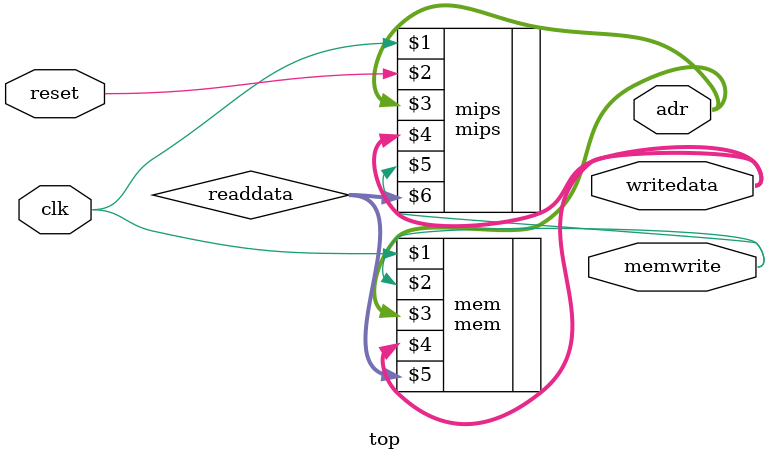
<source format=sv>
module top(
        input logic clk, reset,
        output logic [31:0] writedata, adr,
        output logic memwrite);

    logic [31:0] readdata;

    // microprocessor (control & datapath)
    mips mips(clk, reset, adr, writedata, memwrite, readdata);

   // memory
    mem mem(clk, memwrite, adr, writedata, readdata);

endmodule
</source>
